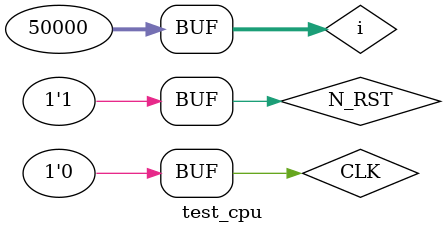
<source format=v>
`timescale 10ps/1ps
module test_cpu;
	reg CLK, N_RST;
	
	wire [7:0] SEG_A, SEG_B, SEG_C, SEG_D, SEG_E, SEG_F, SEG_G, SEG_H;
	wire [8:0] SEG_SEL;
	wire BZ;
	
	reg [3:0] HEX_A, HEX_B;
	reg [7:0] DIP_A, DIP_B;
	reg [4:0] PSW_A, PSW_B, PSW_C, PSW_D;

	CPU cpu(CLK, N_RST, SEG_A, SEG_B, SEG_C, SEG_D, SEG_E, SEG_F, SEG_G, SEG_H, SEG_SEL, HEX_A, HEX_B, DIP_A, DIP_B, PSW_A, PSW_B, PSW_C, PSW_D, BZ);

	integer i;
	
	initial begin
		N_RST = 1'b1;
		#5 CLK = 1'b0;
		#5 N_RST = 1'b0;
		#5 N_RST = 1'b1;
		
		for(i = 0; i < 50000; i = i + 1) begin
			#5 CLK = ~CLK;
		end
	end
endmodule

</source>
